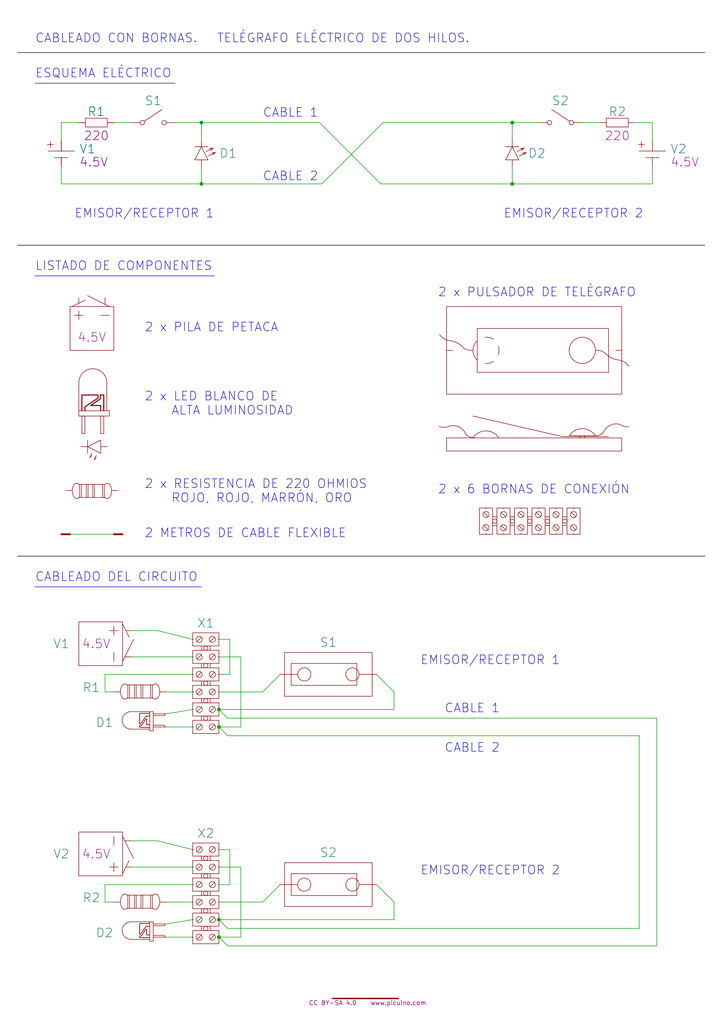
<source format=kicad_sch>
(kicad_sch (version 20230121) (generator eeschema)
  (paper "A4" portrait)
  (title_block (title "Circuitos eléctricos. Cableado con bornas.") (date "14/12/2018") (company "www.picuino.com") (comment 1 "Copyright (c) 2018 by Carlos Pardo") (comment 2 "License CC BY-SA 4.0"))
  (lib_symbols
    (symbol "electronic-bornas-telegrafo-rescue:CopyRight-simbolos" (pin_names (offset 1.016))
      (property "License" "Licencia CC BY-SA 4.0" (at 9.525 5.715 0))
      (property "Author" "Carlos Pardo" (at 7.62 3.81 0))
      (property "Date" "© 2018" (at -1.27 3.81 0))
      (property "Web" "www.picuino.com" (at 9.525 1.905 0))
      (symbol "CopyRight-simbolos_0_1"
        (polyline (pts (xy 0 0) (xy 19.05 0)) (stroke (width 0.4064)))
      )
    )
    (symbol "electronic-bornas-telegrafo-rescue:LED_pack-simbolos" (pin_names (offset 1.016))
      (property "Reference" "D" (at 8.89 5.08 0))
      (symbol "LED_pack-simbolos_0_1"
        (polyline (pts (xy 0 0) (xy 0 9.652)))
        (polyline (pts (xy 2.54 -8.89) (xy 0.635 -8.89)))
        (polyline (pts (xy 2.54 -6.985) (xy 2.54 -10.795)))
        (polyline (pts (xy 3.175 -12.065) (xy 3.81 -11.43)))
        (polyline (pts (xy 3.81 -10.795) (xy 3.175 -12.065)))
        (polyline (pts (xy 4.445 -12.7) (xy 5.08 -12.065)))
        (polyline (pts (xy 5.08 -11.43) (xy 4.445 -12.7)))
        (polyline (pts (xy 6.35 -8.89) (xy 8.255 -8.89)))
        (polyline (pts (xy 8.128 1.524) (xy 8.128 9.652)))
        (polyline (pts (xy 0 1.524) (xy 8.89 1.524) (xy 8.89 0) (xy 0 0)))
        (polyline (pts (xy 6.35 -6.985) (xy 6.35 -10.795) (xy 2.54 -8.89) (xy 6.35 -6.985)))
        (polyline (pts (xy 0.889 1.524) (xy 0.889 6.096) (xy 5.588 6.096) (xy 5.588 5.207) (xy 1.778 2.667) (xy 1.778 1.524)) (stroke (width 0.3048)))
        (polyline (pts (xy 7.239 1.524) (xy 7.239 6.096) (xy 6.223 6.096) (xy 6.223 4.953) (xy 3.429 3.048) (xy 6.35 3.048) (xy 6.35 1.524)) (stroke (width 0.3048)))
        (rectangle (start 0.889 0) (end 1.778 -5.08))
        (rectangle (start 6.35 0) (end 7.239 -5.08))
        (arc (start 8.128 9.652) (mid 4.064 13.6983) (end 0 9.652))
      )
    )
    (symbol "electronic-bornas-telegrafo-rescue:LED_pack_5mm-simbolos" (pin_names (offset 1.016))
      (property "Reference" "D" (at 5.08 7.62 0))
      (symbol "LED_pack_5mm-simbolos_0_1"
        (polyline (pts (xy -0.635 10.287) (xy -0.635 4.826)))
        (polyline (pts (xy 0 1.905) (xy 0 3.81)))
        (polyline (pts (xy 3.81 1.905) (xy 3.81 3.81)))
        (polyline (pts (xy 4.445 10.287) (xy 4.445 4.826)))
        (polyline (pts (xy 0 0.508) (xy 0.508 0.508) (xy 0.508 3.81)))
        (polyline (pts (xy 3.81 0.508) (xy 3.302 0.508) (xy 3.302 3.81)))
        (polyline (pts (xy -0.127 4.826) (xy -0.127 7.747) (xy 2.921 7.747) (xy 2.921 7.493) (xy 0.635 5.842) (xy 0.635 4.826)) (stroke (width 0.2032)))
        (polyline (pts (xy 4.445 4.826) (xy -0.635 4.826) (xy -0.635 3.81) (xy 4.953 3.81) (xy 4.953 4.826) (xy 4.445 4.826)))
        (polyline (pts (xy 3.937 4.826) (xy 3.937 7.747) (xy 3.429 7.747) (xy 3.429 7.239) (xy 1.524 5.969) (xy 1.524 5.715) (xy 3.175 5.715) (xy 3.175 4.826)) (stroke (width 0.2032)))
        (arc (start 4.445 10.287) (mid 1.905 12.816) (end -0.635 10.287))
      )
      (symbol "LED_pack_5mm-simbolos_1_1"
        (pin input line (at 0 0 90) (length 1.905) (name "") (number ""))
        (pin input line (at 3.81 0 90) (length 1.905) (name "") (number ""))
      )
    )
    (symbol "electronic-bornas-telegrafo-rescue:Pila-simbolos" (pin_names (offset 1.016))
      (property "Reference" "V" (at 5.08 -4.445 0))
      (symbol "Pila-simbolos_0_1"
        (polyline (pts (xy -4.064 -1.27) (xy -2.286 -1.27)))
        (polyline (pts (xy -3.81 -3.175) (xy 3.81 -3.175)))
        (polyline (pts (xy -3.175 -0.381) (xy -3.175 -2.159)))
        (polyline (pts (xy -1.905 -5.08) (xy 1.905 -5.08)))
      )
      (symbol "Pila-simbolos_1_1"
        (pin input line (at 0 -7.62 90) (length 2.54) (name "") (number ""))
        (pin input line (at 0 0 270) (length 3.175) (name "") (number ""))
      )
    )
    (symbol "electronic-bornas-telegrafo-rescue:borna_6x2-simbolos" (pin_names (offset 1.016))
      (property "Reference" "X" (at 3.81 3.81 0))
      (symbol "borna_6x2-simbolos_0_1"
        (rectangle (start 0 -23.495) (end 7.62 -27.305))
        (rectangle (start 0 -18.415) (end 7.62 -22.225))
        (rectangle (start 0 -13.335) (end 7.62 -17.145))
        (rectangle (start 0 -8.255) (end 7.62 -12.065))
        (rectangle (start 0 -3.175) (end 7.62 -6.985))
        (polyline (pts (xy 1.27 -26.035) (xy 2.54 -24.765)))
        (polyline (pts (xy 1.27 -20.955) (xy 2.54 -19.685)))
        (polyline (pts (xy 1.27 -15.875) (xy 2.54 -14.605)))
        (polyline (pts (xy 1.27 -10.795) (xy 2.54 -9.525)))
        (polyline (pts (xy 1.27 -5.715) (xy 2.54 -4.445)))
        (polyline (pts (xy 1.27 -0.635) (xy 2.54 0.635)))
        (polyline (pts (xy 2.54 -23.495) (xy 2.54 -22.225)))
        (polyline (pts (xy 2.54 -18.415) (xy 2.54 -17.145)))
        (polyline (pts (xy 2.54 -13.335) (xy 2.54 -12.065)))
        (polyline (pts (xy 2.54 -8.255) (xy 2.54 -6.985)))
        (polyline (pts (xy 2.54 -3.175) (xy 2.54 -1.905)))
        (polyline (pts (xy 5.08 -26.035) (xy 6.35 -24.765)))
        (polyline (pts (xy 5.08 -23.495) (xy 5.08 -22.225)))
        (polyline (pts (xy 5.08 -20.955) (xy 6.35 -19.685)))
        (polyline (pts (xy 5.08 -18.415) (xy 5.08 -17.145)))
        (polyline (pts (xy 5.08 -15.875) (xy 6.35 -14.605)))
        (polyline (pts (xy 5.08 -13.335) (xy 5.08 -12.065)))
        (polyline (pts (xy 5.08 -10.795) (xy 6.35 -9.525)))
        (polyline (pts (xy 5.08 -8.255) (xy 5.08 -6.985)))
        (polyline (pts (xy 5.08 -5.715) (xy 6.35 -4.445)))
        (polyline (pts (xy 5.08 -3.175) (xy 5.08 -1.905)))
        (polyline (pts (xy 5.08 -0.635) (xy 6.35 0.635)))
        (rectangle (start 0 1.905) (end 7.62 -1.905))
        (circle (center 1.905 -25.4) (radius 0.889))
        (circle (center 1.905 -20.32) (radius 0.889))
        (circle (center 1.905 -15.24) (radius 0.889))
        (circle (center 1.905 -10.16) (radius 0.889))
        (circle (center 1.905 -5.08) (radius 0.889))
        (circle (center 1.905 0) (radius 0.889))
        (circle (center 3.81 -22.86) (radius 0.635))
        (circle (center 3.81 -17.78) (radius 0.635))
        (circle (center 3.81 -12.7) (radius 0.635))
        (circle (center 3.81 -7.62) (radius 0.635))
        (circle (center 3.81 -2.54) (radius 0.635))
        (circle (center 5.715 -25.4) (radius 0.889))
        (circle (center 5.715 -20.32) (radius 0.889))
        (circle (center 5.715 -15.24) (radius 0.889))
        (circle (center 5.715 -10.16) (radius 0.889))
        (circle (center 5.715 -5.08) (radius 0.889))
        (circle (center 5.715 0) (radius 0.889))
      )
      (symbol "borna_6x2-simbolos_1_1"
        (pin input line (at 0 -25.4 0) (length 0.254) (name "") (number ""))
        (pin input line (at 0 -20.32 0) (length 0.254) (name "") (number ""))
        (pin input line (at 0 -15.24 0) (length 0.254) (name "") (number ""))
        (pin input line (at 0 -10.16 0) (length 0.254) (name "") (number ""))
        (pin input line (at 0 -5.08 0) (length 0.254) (name "") (number ""))
        (pin input line (at 0 0 0) (length 0.254) (name "") (number ""))
        (pin input line (at 7.62 -25.4 180) (length 0.254) (name "") (number ""))
        (pin input line (at 7.62 -20.32 180) (length 0.254) (name "") (number ""))
        (pin input line (at 7.62 -15.24 180) (length 0.254) (name "") (number ""))
        (pin input line (at 7.62 -10.16 180) (length 0.254) (name "") (number ""))
        (pin input line (at 7.62 -5.08 180) (length 0.254) (name "") (number ""))
        (pin input line (at 7.62 0 180) (length 0.254) (name "") (number ""))
      )
    )
    (symbol "electronic-bornas-telegrafo-rescue:cable-simbolos" (pin_names (offset 1.016))
      (symbol "cable-simbolos_0_1"
        (polyline (pts (xy 0 0) (xy 2.54 0)) (stroke (width 0.508)))
      )
      (symbol "cable-simbolos_1_1"
        (pin input line (at 0 0 0) (length 1.778) (name "") (number ""))
        (pin input line (at 2.54 0 180) (length 1.778) (name "") (number ""))
      )
    )
    (symbol "electronic-bornas-telegrafo-rescue:diodo_led-simbolos" (pin_names (offset 1.016))
      (property "Reference" "D" (at 5.08 -3.81 0))
      (symbol "diodo_led-simbolos_0_1"
        (polyline (pts (xy 1.397 -4.318) (xy 3.429 -5.334)))
        (polyline (pts (xy 1.905 -5.715) (xy -1.905 -5.715)))
        (polyline (pts (xy 2.032 -3.048) (xy 4.064 -4.064)))
        (polyline (pts (xy 3.429 -5.334) (xy 2.3622 -5.1816)))
        (polyline (pts (xy 3.429 -5.334) (xy 2.667 -4.572)))
        (polyline (pts (xy 4.064 -4.064) (xy 2.9972 -3.9116)))
        (polyline (pts (xy 4.064 -4.064) (xy 3.302 -3.302)))
        (polyline (pts (xy 1.905 -1.905) (xy -1.905 -1.905) (xy 0 -5.715) (xy 1.905 -1.905)))
      )
      (symbol "diodo_led-simbolos_1_1"
        (pin input line (at 0 -7.62 90) (length 1.905) (name "") (number ""))
        (pin input line (at 0 0 270) (length 1.905) (name "") (number ""))
      )
    )
    (symbol "electronic-bornas-telegrafo-rescue:pila_petaca-simbolos" (pin_names (offset 1.016))
      (property "Reference" "V" (at 11.43 -8.89 0))
      (property "V" "4.5V" (at 3.81 -12.7 0))
      (symbol "pila_petaca-simbolos_0_1"
        (rectangle (start -2.54 -2.54) (end 10.16 -15.24))
        (polyline (pts (xy -1.27 -5.08) (xy 1.27 -5.08)))
        (polyline (pts (xy -1.27 -2.54) (xy 5.08 0.635)))
        (polyline (pts (xy 7.62 -3.81) (xy 7.62 -6.35)))
        (polyline (pts (xy 8.89 -5.08) (xy 6.35 -5.08)))
        (polyline (pts (xy 9.525 -2.54) (xy 5.715 -0.635)))
      )
      (symbol "pila_petaca-simbolos_1_1"
        (pin input line (at 0 0 270) (length 1.905) (name "") (number ""))
        (pin input line (at 7.62 0 270) (length 1.524) (name "") (number ""))
      )
    )
    (symbol "electronic-bornas-telegrafo-rescue:pulsador_telegrafo-simbolos" (pin_names (offset 1.016))
      (property "Reference" "S" (at 1.905 9.525 0))
      (symbol "pulsador_telegrafo-simbolos_0_1"
        (arc (start -2.159 -22.098) (mid -0.6222 -22.3214) (end 0.889 -21.971))
        (arc (start -2.032 4.572) (mid -0.6938 3.3613) (end 1.016 2.794))
        (rectangle (start 0 -25.4) (end 50.8 -29.21))
        (rectangle (start 0 -12.7) (end 50.8 12.7))
        (polyline (pts (xy 35.56 -24.765) (xy 43.18 -24.765)))
        (polyline (pts (xy 38.735 -24.765) (xy 38.735 -25.4)))
        (polyline (pts (xy 40.005 -24.765) (xy 40.005 -25.4)))
        (polyline (pts (xy 46.99 -25.019) (xy 33.655 -25.019) (xy 7.62 -19.05)))
        (arc (start 4.318 1.27) (mid 2.7858 2.2873) (end 1.016 2.794))
        (arc (start 4.318 1.27) (mid 5.8179 0.2354) (end 7.62 0))
        (arc (start 5.207 -23.622) (mid 3.3153 -22.0965) (end 0.889 -21.971))
        (arc (start 5.207 -23.622) (mid 6.2653 -24.8988) (end 7.874 -25.273))
        (arc (start 8.89 2.794) (mid 7.654 0) (end 8.89 -2.794))
        (rectangle (start 8.89 6.35) (end 46.99 -6.35))
        (arc (start 11.176 -3.81) (mid 12.4376 -3.6997) (end 13.589 -3.175))
        (arc (start 13.589 3.175) (mid 12.4359 3.6931) (end 11.176 3.81))
        (arc (start 14.986 -1.27) (mid 15.206 0) (end 14.986 1.27))
        (arc (start 15.24 -25.4) (mid 11.43 -23.3609) (end 7.62 -25.4))
        (circle (center 39.37 0) (radius 3.81))
        (arc (start 43.18 -24.765) (mid 39.37 -22.7259) (end 35.56 -24.765))
        (arc (start 43.18 -24.765) (mid 44.777 -24.3721) (end 45.847 -23.114))
        (arc (start 46.482 -1.27) (mid 44.9821 -0.2354) (end 43.18 0))
        (arc (start 46.482 -1.27) (mid 48.0142 -2.2873) (end 49.784 -2.794))
        (arc (start 50.165 -21.463) (mid 47.7394 -21.5904) (end 45.847 -23.114))
        (arc (start 50.165 -21.463) (mid 51.4494 -22.0148) (end 52.832 -22.225))
        (arc (start 52.832 -4.572) (mid 51.4938 -3.3613) (end 49.784 -2.794))
      )
      (symbol "pulsador_telegrafo-simbolos_1_1"
        (pin input line (at 0 0 0) (length 1.778) (name "") (number ""))
        (pin input line (at 50.8 0 180) (length 1.778) (name "") (number ""))
      )
    )
    (symbol "electronic-bornas-telegrafo-rescue:pulsador_telegrafo_2-simbolos" (pin_names (offset 1.016))
      (property "Reference" "S" (at 14.605 8.255 0))
      (symbol "pulsador_telegrafo_2-simbolos_0_1"
        (rectangle (start 1.27 6.35) (end 26.67 -6.35))
        (rectangle (start 5.715 3.175) (end 24.765 -3.175))
        (circle (center 6.985 0) (radius 1.905))
        (circle (center 20.955 0) (radius 1.905))
      )
      (symbol "pulsador_telegrafo_2-simbolos_1_1"
        (pin input line (at 0 0 0) (length 5.08) (name "") (number ""))
        (pin input line (at 27.94 0 180) (length 5.08) (name "") (number ""))
      )
    )
    (symbol "electronic-bornas-telegrafo-rescue:resistencia-simbolos" (pin_names (offset 1.016))
      (property "Reference" "R" (at 1.905 -5.08 0))
      (symbol "resistencia-simbolos_0_1"
        (rectangle (start -1.27 -1.905) (end 1.27 -8.255))
      )
      (symbol "resistencia-simbolos_1_1"
        (pin input line (at 0 -10.16 90) (length 1.905) (name "") (number ""))
        (pin input line (at 0 0 270) (length 1.905) (name "") (number ""))
      )
    )
    (symbol "electronic-bornas-telegrafo-rescue:resistencia_pack-simbolos" (pin_names (offset 1.016))
      (property "Reference" "R" (at 6.35 3.81 0))
      (property "R" "100" (at 6.985 3.81 0))
      (symbol "resistencia_pack-simbolos_0_1"
        (polyline (pts (xy 3.81 -2.032) (xy 11.43 -2.032)))
        (polyline (pts (xy 3.81 1.778) (xy 11.43 1.778)))
        (polyline (pts (xy 4.064 1.778) (xy 4.064 -2.032)))
        (polyline (pts (xy 4.572 1.778) (xy 4.572 -2.032)))
        (polyline (pts (xy 5.969 1.778) (xy 5.969 -2.032)))
        (polyline (pts (xy 6.477 1.778) (xy 6.477 -2.032)))
        (polyline (pts (xy 7.874 1.778) (xy 7.874 -2.032)))
        (polyline (pts (xy 8.382 1.778) (xy 8.382 -2.032)))
        (polyline (pts (xy 10.668 1.778) (xy 10.668 -2.032)))
        (polyline (pts (xy 11.176 1.778) (xy 11.176 -2.032)))
        (arc (start 2.54 -2.032) (mid 3.175 -2.3372) (end 3.81 -2.032))
        (arc (start 2.54 1.778) (mid 1.905 -0.127) (end 2.54 -2.032))
        (arc (start 3.81 1.778) (mid 3.175 2.0832) (end 2.54 1.778))
        (arc (start 11.43 -2.032) (mid 12.065 -2.3372) (end 12.7 -2.032))
        (arc (start 12.7 -2.032) (mid 13.335 -0.127) (end 12.7 1.778))
        (arc (start 12.7 1.778) (mid 12.065 2.0832) (end 11.43 1.778))
      )
      (symbol "resistencia_pack-simbolos_1_1"
        (pin input line (at 0 0 0) (length 1.905) (name "") (number ""))
        (pin input line (at 15.24 0 180) (length 1.905) (name "") (number ""))
      )
    )
    (symbol "electronic-bornas-telegrafo-rescue:switch-simbolos" (pin_names (offset 1.016))
      (property "Reference" "S" (at 4.445 3.175 0))
      (symbol "switch-simbolos_0_0"
        (polyline (pts (xy 8.89 3.81) (xy 3.683 0.381)))
        (circle (center 3.175 0) (radius 0.635))
        (circle (center 9.525 0) (radius 0.635))
      )
      (symbol "switch-simbolos_1_1"
        (pin input line (at 0 0 0) (length 2.54) (name "") (number ""))
        (pin input line (at 12.7 0 180) (length 2.54) (name "") (number ""))
      )
    )
  )
  (junction (at 63.5 205.74))
  (junction (at 58.42 53.34))
  (junction (at 148.59 35.56))
  (junction (at 148.59 53.34))
  (junction (at 63.5 266.7))
  (junction (at 63.5 210.82))
  (junction (at 63.5 271.78))
  (junction (at 58.42 35.56))
  (wire (pts (xy 17.78 53.34) (xy 58.42 53.34)))
  (wire (pts (xy 63.5 256.54) (xy 66.675 256.54)))
  (wire (pts (xy 38.1 251.46) (xy 55.88 251.46)))
  (wire (pts (xy 55.88 266.7) (xy 48.26 267.97)))
  (wire (pts (xy 66.04 269.24) (xy 185.42 269.24)))
  (wire (pts (xy 30.48 200.66) (xy 33.02 200.66)))
  (wire (pts (xy 69.85 190.5) (xy 69.85 210.82)))
  (wire (pts (xy 81.28 256.54) (xy 76.2 261.62)))
  (wire (pts (xy 109.22 256.54) (xy 114.3 261.62)))
  (wire (pts (xy 58.42 53.34) (xy 93.345 53.34)))
  (wire (pts (xy 58.42 40.64) (xy 58.42 35.56)))
  (polyline (pts (xy 5.08 161.29) (xy 204.47 161.29)) (stroke (width 0) (type solid) (color 0 0 0 1)))
  (wire (pts (xy 38.1 243.84) (xy 45.72 243.84)))
  (wire (pts (xy 189.23 35.56) (xy 184.15 35.56)))
  (wire (pts (xy 48.26 200.66) (xy 55.88 200.66)))
  (wire (pts (xy 63.5 205.74) (xy 114.3 205.74)))
  (wire (pts (xy 30.48 261.62) (xy 33.02 261.62)))
  (wire (pts (xy 110.49 53.34) (xy 148.59 53.34)))
  (wire (pts (xy 111.125 35.56) (xy 93.345 53.34)))
  (polyline (pts (xy 10.16 170.18) (xy 58.42 170.18)) (stroke (width 0) (type solid)))
  (wire (pts (xy 69.85 251.46) (xy 69.85 271.78)))
  (wire (pts (xy 50.8 35.56) (xy 58.42 35.56)))
  (wire (pts (xy 63.5 266.7) (xy 66.04 269.24)))
  (wire (pts (xy 38.1 190.5) (xy 55.88 190.5)))
  (wire (pts (xy 30.48 256.54) (xy 55.88 256.54)))
  (polyline (pts (xy 10.16 24.13) (xy 50.8 24.13)) (stroke (width 0) (type solid)))
  (wire (pts (xy 66.675 246.38) (xy 66.675 256.54)))
  (wire (pts (xy 189.23 48.26) (xy 189.23 53.34)))
  (wire (pts (xy 20.32 154.94) (xy 33.02 154.94)))
  (wire (pts (xy 63.5 246.38) (xy 66.675 246.38)))
  (wire (pts (xy 66.04 208.28) (xy 190.5 208.28)))
  (wire (pts (xy 45.72 182.88) (xy 55.88 185.42)))
  (wire (pts (xy 189.23 53.34) (xy 148.59 53.34)))
  (wire (pts (xy 63.5 195.58) (xy 66.675 195.58)))
  (wire (pts (xy 173.99 35.56) (xy 168.91 35.56)))
  (wire (pts (xy 63.5 185.42) (xy 66.675 185.42)))
  (wire (pts (xy 45.72 243.84) (xy 55.88 246.38)))
  (wire (pts (xy 66.04 213.36) (xy 185.42 213.36)))
  (wire (pts (xy 63.5 271.78) (xy 66.04 274.32)))
  (wire (pts (xy 63.5 251.46) (xy 69.85 251.46)))
  (wire (pts (xy 148.59 40.64) (xy 148.59 35.56)))
  (polyline (pts (xy 5.08 15.24) (xy 204.47 15.24)) (stroke (width 0) (type solid) (color 0 0 0 1)))
  (wire (pts (xy 190.5 208.28) (xy 190.5 274.32)))
  (polyline (pts (xy 10.16 80.01) (xy 62.23 80.01)) (stroke (width 0) (type solid)))
  (wire (pts (xy 58.42 53.34) (xy 58.42 48.26)))
  (wire (pts (xy 66.675 185.42) (xy 66.675 195.58)))
  (wire (pts (xy 58.42 35.56) (xy 92.71 35.56)))
  (wire (pts (xy 63.5 271.78) (xy 69.85 271.78)))
  (wire (pts (xy 63.5 205.74) (xy 66.04 208.28)))
  (wire (pts (xy 63.5 200.66) (xy 76.2 200.66)))
  (wire (pts (xy 48.26 271.78) (xy 55.88 271.78)))
  (wire (pts (xy 148.59 53.34) (xy 148.59 48.26)))
  (wire (pts (xy 30.48 195.58) (xy 55.88 195.58)))
  (wire (pts (xy 17.78 35.56) (xy 22.86 35.56)))
  (wire (pts (xy 17.78 48.26) (xy 17.78 53.34)))
  (wire (pts (xy 33.02 35.56) (xy 38.1 35.56)))
  (wire (pts (xy 156.21 35.56) (xy 148.59 35.56)))
  (wire (pts (xy 114.3 205.74) (xy 114.3 200.66)))
  (wire (pts (xy 63.5 261.62) (xy 76.2 261.62)))
  (wire (pts (xy 66.04 274.32) (xy 190.5 274.32)))
  (wire (pts (xy 63.5 210.82) (xy 66.04 213.36)))
  (wire (pts (xy 148.59 35.56) (xy 111.125 35.56)))
  (wire (pts (xy 17.78 35.56) (xy 17.78 40.64)))
  (wire (pts (xy 38.1 182.88) (xy 45.72 182.88)))
  (wire (pts (xy 189.23 35.56) (xy 189.23 40.64)))
  (wire (pts (xy 114.3 266.7) (xy 114.3 261.62)))
  (wire (pts (xy 109.22 195.58) (xy 114.3 200.66)))
  (wire (pts (xy 30.48 195.58) (xy 30.48 200.66)))
  (wire (pts (xy 63.5 266.7) (xy 114.3 266.7)))
  (wire (pts (xy 63.5 210.82) (xy 69.85 210.82)))
  (wire (pts (xy 30.48 256.54) (xy 30.48 261.62)))
  (wire (pts (xy 110.49 53.34) (xy 92.71 35.56)))
  (wire (pts (xy 81.28 195.58) (xy 76.2 200.66)))
  (polyline (pts (xy 5.08 71.12) (xy 204.47 71.12)) (stroke (width 0) (type solid) (color 0 0 0 1)))
  (wire (pts (xy 48.26 261.62) (xy 55.88 261.62)))
  (wire (pts (xy 185.42 269.24) (xy 185.42 213.36)))
  (wire (pts (xy 55.88 205.74) (xy 48.26 207.01)))
  (wire (pts (xy 63.5 190.5) (xy 69.85 190.5)))
  (wire (pts (xy 48.26 210.82) (xy 55.88 210.82)))
  (text "CABLE 2" (at 128.905 218.44 0) (effects (font (size 2.54 2.54)) (justify left bottom)))
  (text "EMISOR/RECEPTOR 1" (at 121.92 193.04 0) (effects (font (size 2.54 2.54)) (justify left bottom)))
  (text "CABLE 1" (at 128.905 207.01 0) (effects (font (size 2.54 2.54)) (justify left bottom)))
  (text "CABLEADO DEL CIRCUITO" (at 10.16 168.91 0) (effects (font (size 2.54 2.54)) (justify left bottom)))
  (text "CABLEADO CON BORNAS.   TELÉGRAFO ELÉCTRICO DE DOS HILOS." (at 10.16 12.7 0) (effects (font (size 2.54 2.54)) (justify left bottom)))
  (text "EMISOR/RECEPTOR 2" (at 146.05 63.5 0) (effects (font (size 2.54 2.54)) (justify left bottom)))
  (text "ESQUEMA ELÉCTRICO" (at 10.16 22.86 0) (effects (font (size 2.54 2.54)) (justify left bottom)))
  (text "CABLE 1" (at 76.2 34.29 0) (effects (font (size 2.54 2.54)) (justify left bottom)))
  (text "LISTADO DE COMPONENTES" (at 10.16 78.74 0) (effects (font (size 2.54 2.54)) (justify left bottom)))
  (text "2 x RESISTENCIA DE 220 OHMIOS\n    ROJO, ROJO, MARRÓN, ORO" (at 41.91 146.05 0) (effects (font (size 2.54 2.54)) (justify left bottom)))
  (text "2 x PILA DE PETACA" (at 41.91 96.52 0) (effects (font (size 2.54 2.54)) (justify left bottom)))
  (text "2 x PULSADOR DE TELÉGRAFO" (at 127 86.36 0) (effects (font (size 2.54 2.54)) (justify left bottom)))
  (text "EMISOR/RECEPTOR 2" (at 121.92 254 0) (effects (font (size 2.54 2.54)) (justify left bottom)))
  (text "2 x 6 BORNAS DE CONEXIÓN" (at 127 143.51 0) (effects (font (size 2.54 2.54)) (justify left bottom)))
  (text "CABLE 2" (at 76.2 52.705 0) (effects (font (size 2.54 2.54)) (justify left bottom)))
  (text "2 x LED BLANCO DE \n    ALTA LUMINOSIDAD" (at 41.91 120.65 0) (effects (font (size 2.54 2.54)) (justify left bottom)))
  (text "2 METROS DE CABLE FLEXIBLE" (at 41.91 156.21 0) (effects (font (size 2.54 2.54)) (justify left bottom)))
  (text "EMISOR/RECEPTOR 1" (at 21.59 63.5 0) (effects (font (size 2.54 2.54)) (justify left bottom)))
  (symbol (lib_id "electronic-bornas-telegrafo-rescue:CopyRight-simbolos") (at 96.52 289.56 0) (unit 1)
    (property "Reference" "CP1" (effects hide))
    (property "Value" "CopyRight" (effects hide))
    (property "License" "CC BY-SA 4.0" (at 96.52 290.83 0))
    (property "Web" "www.picuino.com" (at 115.57 290.83 0))
  )
  (symbol (lib_id "electronic-bornas-telegrafo-rescue:Pila-simbolos") (at 17.78 40.64 0) (unit 1)
    (property "Reference" "V1" (at 22.86 43.18 0) (effects (font (size 2.54 2.54)) (justify left)))
    (property "Value" "Pila" (effects hide))
    (property "V" "4.5V" (at 22.86 46.99 0) (effects (font (size 2.54 2.54)) (justify left)))
  )
  (symbol (lib_id "electronic-bornas-telegrafo-rescue:LED_pack_5mm-simbolos") (at 48.26 207.01 90) (mirror x) (unit 1)
    (property "Reference" "D1" (at 33.02 209.55 90) (effects (font (size 2.54 2.54)) (justify left)))
    (property "Value" "LED_pack_5mm" (effects hide))
  )
  (symbol (lib_id "electronic-bornas-telegrafo-rescue:diodo_led-simbolos") (at 58.42 48.26 0) (mirror x) (unit 1)
    (property "Reference" "D1" (at 63.5 44.45 0) (effects (font (size 2.54 2.54)) (justify left)))
    (property "Value" "diodo_led" (effects hide))
  )
  (symbol (lib_id "electronic-bornas-telegrafo-rescue:switch-simbolos") (at 38.1 35.56 0) (unit 1)
    (property "Reference" "S1" (at 44.45 29.21 0) (effects (font (size 2.54 2.54))))
    (property "Value" "switch" (effects hide))
  )
  (symbol (lib_id "electronic-bornas-telegrafo-rescue:resistencia_pack-simbolos") (at 33.02 200.66 0) (mirror x) (unit 1)
    (property "Reference" "R1" (at 29.21 199.39 0) (effects (font (size 2.54 2.54)) (justify right)))
    (property "Value" "resistencia_pack" (effects hide))
    (property "R" "100" (effects hide))
  )
  (symbol (lib_id "electronic-bornas-telegrafo-rescue:resistencia-simbolos") (at 22.86 35.56 90) (unit 1)
    (property "Reference" "R1" (at 27.94 32.385 90) (effects (font (size 2.54 2.54))))
    (property "Value" "resistencia" (effects hide))
    (property "R" "220" (at 27.94 39.37 90) (effects (font (size 2.54 2.54))))
  )
  (symbol (lib_id "electronic-bornas-telegrafo-rescue:cable-simbolos") (at 33.02 154.94 0) (unit 1)
    (property "Reference" "L?" (effects hide))
    (property "Value" "cable" (effects hide))
  )
  (symbol (lib_id "electronic-bornas-telegrafo-rescue:Pila-simbolos") (at 189.23 40.64 0) (unit 1)
    (property "Reference" "V2" (at 194.31 43.18 0) (effects (font (size 2.54 2.54)) (justify left)))
    (property "Value" "Pila" (effects hide))
    (property "V" "4.5V" (at 194.31 46.99 0) (effects (font (size 2.54 2.54)) (justify left)))
  )
  (symbol (lib_id "electronic-bornas-telegrafo-rescue:diodo_led-simbolos") (at 148.59 48.26 0) (mirror x) (unit 1)
    (property "Reference" "D2" (at 153.035 44.45 0) (effects (font (size 2.54 2.54)) (justify left)))
    (property "Value" "diodo_led" (effects hide))
  )
  (symbol (lib_id "electronic-bornas-telegrafo-rescue:switch-simbolos") (at 168.91 35.56 0) (mirror y) (unit 1)
    (property "Reference" "S2" (at 162.56 29.21 0) (effects (font (size 2.54 2.54))))
    (property "Value" "switch" (effects hide))
  )
  (symbol (lib_id "electronic-bornas-telegrafo-rescue:resistencia-simbolos") (at 184.15 35.56 270) (mirror x) (unit 1)
    (property "Reference" "R2" (at 179.07 32.385 90) (effects (font (size 2.54 2.54))))
    (property "Value" "resistencia" (effects hide))
    (property "R" "220" (at 179.07 39.37 90) (effects (font (size 2.54 2.54))))
  )
  (symbol (lib_id "electronic-bornas-telegrafo-rescue:pila_petaca-simbolos") (at 30.48 86.36 0) (mirror y) (unit 1)
    (property "Reference" "V?" (effects hide))
    (property "Value" "pila_petaca" (effects hide))
    (property "V" "4.5V" (at 26.67 97.79 0) (effects (font (size 2.54 2.54))))
  )
  (symbol (lib_id "electronic-bornas-telegrafo-rescue:LED_pack-simbolos") (at 22.86 120.65 0) (unit 1)
    (property "Reference" "D?" (effects hide))
    (property "Value" "LED_pack" (effects hide))
  )
  (symbol (lib_id "electronic-bornas-telegrafo-rescue:resistencia_pack-simbolos") (at 19.05 142.24 0) (unit 1)
    (property "Reference" "R?" (effects hide))
    (property "Value" "resistencia_pack" (effects hide))
    (property "R" "100" (effects hide))
  )
  (symbol (lib_id "electronic-bornas-telegrafo-rescue:pulsador_telegrafo-simbolos") (at 129.54 101.6 0) (unit 1)
    (property "Reference" "S?" (effects hide))
    (property "Value" "pulsador_telegrafo" (effects hide))
  )
  (symbol (lib_id "electronic-bornas-telegrafo-rescue:borna_6x2-simbolos") (at 166.37 147.32 270) (unit 1)
    (property "Reference" "X?" (effects hide))
    (property "Value" "borna_6x2" (effects hide))
  )
  (symbol (lib_id "electronic-bornas-telegrafo-rescue:cable-simbolos") (at 17.78 154.94 0) (unit 1)
    (property "Reference" "L?" (effects hide))
    (property "Value" "cable" (effects hide))
  )
  (symbol (lib_id "electronic-bornas-telegrafo-rescue:borna_6x2-simbolos") (at 55.88 185.42 0) (unit 1)
    (property "Reference" "X1" (at 59.69 180.6956 0) (effects (font (size 2.54 2.54))))
    (property "Value" "borna_6x2" (effects hide))
  )
  (symbol (lib_id "electronic-bornas-telegrafo-rescue:pila_petaca-simbolos") (at 38.1 190.5 270) (mirror x) (unit 1)
    (property "Reference" "V1" (at 20.32 186.69 90) (effects (font (size 2.54 2.54)) (justify right)))
    (property "Value" "pila_petaca" (effects hide))
    (property "V" "4.5V" (at 27.94 186.69 90) (effects (font (size 2.54 2.54))))
  )
  (symbol (lib_id "electronic-bornas-telegrafo-rescue:pulsador_telegrafo_2-simbolos") (at 109.22 195.58 180) (unit 1)
    (property "Reference" "S1" (at 95.25 186.2836 0) (effects (font (size 2.54 2.54))))
    (property "Value" "pulsador_telegrafo_2" (effects hide))
  )
  (symbol (lib_id "electronic-bornas-telegrafo-rescue:LED_pack_5mm-simbolos") (at 48.26 267.97 90) (mirror x) (unit 1)
    (property "Reference" "D2" (at 33.02 270.51 90) (effects (font (size 2.54 2.54)) (justify left)))
    (property "Value" "LED_pack_5mm" (effects hide))
  )
  (symbol (lib_id "electronic-bornas-telegrafo-rescue:resistencia_pack-simbolos") (at 33.02 261.62 0) (mirror x) (unit 1)
    (property "Reference" "R2" (at 29.21 260.35 0) (effects (font (size 2.54 2.54)) (justify right)))
    (property "Value" "resistencia_pack" (effects hide))
    (property "R" "100" (effects hide))
  )
  (symbol (lib_id "electronic-bornas-telegrafo-rescue:borna_6x2-simbolos") (at 55.88 246.38 0) (unit 1)
    (property "Reference" "X2" (at 59.69 241.6556 0) (effects (font (size 2.54 2.54))))
    (property "Value" "borna_6x2" (effects hide))
  )
  (symbol (lib_id "electronic-bornas-telegrafo-rescue:pila_petaca-simbolos") (at 38.1 243.84 270) (unit 1)
    (property "Reference" "V2" (at 20.32 247.65 90) (effects (font (size 2.54 2.54)) (justify right)))
    (property "Value" "pila_petaca" (effects hide))
    (property "V" "4.5V" (at 27.94 247.65 90) (effects (font (size 2.54 2.54))))
  )
  (symbol (lib_id "electronic-bornas-telegrafo-rescue:pulsador_telegrafo_2-simbolos") (at 109.22 256.54 180) (unit 1)
    (property "Reference" "S2" (at 95.25 247.2436 0) (effects (font (size 2.54 2.54))))
    (property "Value" "pulsador_telegrafo_2" (effects hide))
  )
  (sheet (at 218.44 29.21) (size 66.04 7.62)
    (property "Sheetname" "2" (at 218.44 27.8634 0) (effects (font (size 2.54 2.54)) (justify left bottom)))
    (property "Sheetfile" "electronic-bornas-telegrafo-2.kicad_sch" (at 218.44 37.9226 0) (effects (font (size 2.54 2.54)) (justify left top)))
  )
)
</source>
